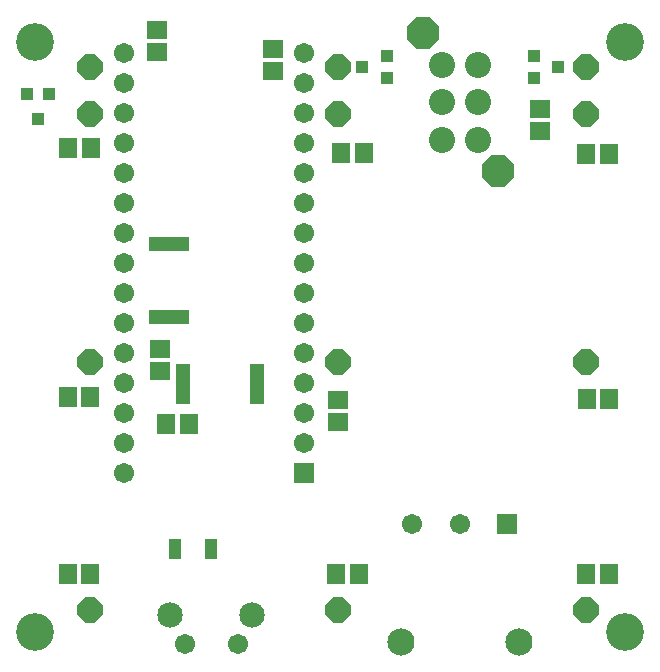
<source format=gbr>
G04 EAGLE Gerber RS-274X export*
G75*
%MOMM*%
%FSLAX34Y34*%
%LPD*%
%INSoldermask Bottom*%
%IPPOS*%
%AMOC8*
5,1,8,0,0,1.08239X$1,22.5*%
G01*
%ADD10C,3.203200*%
%ADD11P,2.309387X8X22.500000*%
%ADD12R,1.703200X1.503200*%
%ADD13R,1.503200X1.703200*%
%ADD14R,1.711200X1.711200*%
%ADD15C,1.711200*%
%ADD16C,2.303200*%
%ADD17P,2.925917X8X112.500000*%
%ADD18C,2.203200*%
%ADD19C,2.153200*%
%ADD20R,1.003200X1.103200*%
%ADD21R,1.103200X1.003200*%
%ADD22R,1.203200X3.403200*%
%ADD23R,3.403200X1.203200*%
%ADD24R,1.053200X1.803200*%


D10*
X30000Y530000D03*
X530000Y530000D03*
X530000Y30000D03*
X30000Y30000D03*
D11*
X77000Y509000D03*
X77000Y49000D03*
X287000Y49000D03*
X497000Y49000D03*
X287000Y509000D03*
X497000Y509000D03*
X77000Y469000D03*
X287000Y469000D03*
X497000Y469000D03*
X77000Y259000D03*
X287000Y259000D03*
X497000Y259000D03*
D12*
X135800Y270100D03*
X135800Y251100D03*
D13*
X77200Y229400D03*
X58200Y229400D03*
D12*
X286600Y227100D03*
X286600Y208100D03*
D13*
X497400Y227600D03*
X516400Y227600D03*
X76900Y79600D03*
X57900Y79600D03*
X304400Y79600D03*
X285400Y79600D03*
X496900Y79600D03*
X515900Y79600D03*
D14*
X429800Y121600D03*
D15*
X389800Y121600D03*
X349800Y121600D03*
D16*
X439800Y21600D03*
X339800Y21600D03*
D13*
X141500Y206600D03*
X160500Y206600D03*
D12*
X133200Y521100D03*
X133200Y540100D03*
X231400Y505100D03*
X231400Y524100D03*
X457900Y454600D03*
X457900Y473600D03*
D13*
X58600Y440100D03*
X77600Y440100D03*
X308800Y436100D03*
X289800Y436100D03*
X497000Y435100D03*
X516000Y435100D03*
D17*
X422000Y420300D03*
X359000Y537300D03*
D18*
X375000Y478800D03*
X405000Y478800D03*
X375000Y510800D03*
X375000Y446800D03*
X405000Y446800D03*
X405000Y510800D03*
D15*
X201900Y20200D03*
X156900Y20200D03*
D19*
X214400Y45200D03*
X144400Y45200D03*
D20*
X23500Y485900D03*
X42500Y485900D03*
X33000Y464900D03*
D21*
X328200Y518400D03*
X328200Y499400D03*
X307200Y508900D03*
X452400Y499400D03*
X452400Y518400D03*
X473400Y508900D03*
D14*
X258200Y165200D03*
D15*
X258200Y190600D03*
X258200Y216000D03*
X258200Y241400D03*
X258200Y266800D03*
X258200Y292200D03*
X258200Y317600D03*
X258200Y343000D03*
X258200Y368400D03*
X258200Y393800D03*
X258200Y419200D03*
X258200Y444600D03*
X105800Y165200D03*
X105800Y190600D03*
X105800Y216000D03*
X105800Y241400D03*
X105800Y266800D03*
X105800Y292200D03*
X105800Y343000D03*
X105800Y368400D03*
X105800Y419200D03*
X105800Y444600D03*
X105800Y393800D03*
X105800Y317600D03*
X258200Y470000D03*
X258200Y495400D03*
X258200Y520800D03*
X105800Y470000D03*
X105800Y495400D03*
X105800Y520800D03*
D22*
X156000Y240000D03*
X218000Y240000D03*
D23*
X144000Y359000D03*
X144000Y297000D03*
D24*
X179250Y101000D03*
X148750Y101000D03*
M02*

</source>
